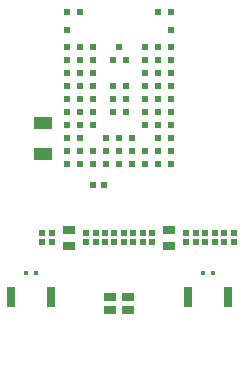
<source format=gtp>
G04*
G04 #@! TF.GenerationSoftware,Altium Limited,Altium Designer,21.6.4 (81)*
G04*
G04 Layer_Color=8421504*
%FSLAX44Y44*%
%MOMM*%
G71*
G04*
G04 #@! TF.SameCoordinates,6D38FECB-4D46-452B-8F31-296BD34E144B*
G04*
G04*
G04 #@! TF.FilePolarity,Positive*
G04*
G01*
G75*
%ADD16R,0.3600X0.3500*%
%ADD17R,0.5500X0.5200*%
%ADD18R,0.8000X1.7000*%
%ADD19R,1.5500X1.0000*%
%ADD20C,0.0100*%
%ADD21R,1.0200X0.6400*%
%ADD22R,0.6200X0.6200*%
%ADD23R,0.6000X0.6000*%
%ADD24R,1.0000X0.8000*%
D16*
X189200Y170000D02*
D03*
X180800D02*
D03*
X39200Y170000D02*
D03*
X30800D02*
D03*
D17*
X98000Y204000D02*
D03*
Y196000D02*
D03*
X183000D02*
D03*
Y204000D02*
D03*
X90000Y196000D02*
D03*
Y204000D02*
D03*
X106000D02*
D03*
Y196000D02*
D03*
X175000Y204000D02*
D03*
Y196000D02*
D03*
X138000Y204000D02*
D03*
Y196000D02*
D03*
X191000Y204000D02*
D03*
Y196000D02*
D03*
X45000Y204000D02*
D03*
Y196000D02*
D03*
X53000Y204000D02*
D03*
Y196000D02*
D03*
X122000Y204000D02*
D03*
Y196000D02*
D03*
X114000Y204000D02*
D03*
Y196000D02*
D03*
X199000Y204000D02*
D03*
Y196000D02*
D03*
X207000Y204000D02*
D03*
Y196000D02*
D03*
X130000Y204000D02*
D03*
Y196000D02*
D03*
X167000Y204000D02*
D03*
Y196000D02*
D03*
X82000Y204000D02*
D03*
Y196000D02*
D03*
D18*
X168000Y150000D02*
D03*
X202000D02*
D03*
X18000D02*
D03*
X52000D02*
D03*
D19*
X45500Y270750D02*
D03*
Y296750D02*
D03*
D20*
X97300Y93750D02*
D03*
Y106450D02*
D03*
X110000Y93750D02*
D03*
Y106450D02*
D03*
X122700Y93750D02*
D03*
Y106450D02*
D03*
D21*
X152500Y192900D02*
D03*
Y206600D02*
D03*
X67500D02*
D03*
Y192900D02*
D03*
D22*
X88000Y244750D02*
D03*
X97000D02*
D03*
D23*
X104500Y350000D02*
D03*
X66000Y391000D02*
D03*
Y376000D02*
D03*
X66000Y361000D02*
D03*
Y350000D02*
D03*
Y339000D02*
D03*
Y328000D02*
D03*
Y317000D02*
D03*
Y306000D02*
D03*
Y295000D02*
D03*
Y284000D02*
D03*
Y273000D02*
D03*
Y262000D02*
D03*
X77000Y391000D02*
D03*
X77000Y361000D02*
D03*
Y350000D02*
D03*
Y339000D02*
D03*
Y328000D02*
D03*
Y317000D02*
D03*
Y306000D02*
D03*
Y295000D02*
D03*
Y284000D02*
D03*
Y273000D02*
D03*
Y262000D02*
D03*
X88000Y361000D02*
D03*
Y350000D02*
D03*
Y339000D02*
D03*
Y328000D02*
D03*
Y317000D02*
D03*
Y306000D02*
D03*
Y295000D02*
D03*
Y273000D02*
D03*
Y262000D02*
D03*
X99000Y284000D02*
D03*
Y273000D02*
D03*
Y262000D02*
D03*
X110000Y361000D02*
D03*
X104500Y328000D02*
D03*
Y306000D02*
D03*
X110000Y284000D02*
D03*
Y273000D02*
D03*
Y262000D02*
D03*
X121000Y284000D02*
D03*
Y273000D02*
D03*
Y262000D02*
D03*
X132000Y361000D02*
D03*
Y350000D02*
D03*
Y339000D02*
D03*
Y328000D02*
D03*
Y317000D02*
D03*
Y306000D02*
D03*
Y295000D02*
D03*
Y273000D02*
D03*
Y262000D02*
D03*
X143000Y391000D02*
D03*
X143000Y361000D02*
D03*
Y350000D02*
D03*
Y339000D02*
D03*
Y328000D02*
D03*
Y317000D02*
D03*
Y306000D02*
D03*
Y295000D02*
D03*
Y284000D02*
D03*
Y273000D02*
D03*
Y262000D02*
D03*
X154000Y391000D02*
D03*
Y376000D02*
D03*
Y361000D02*
D03*
Y350000D02*
D03*
Y339000D02*
D03*
Y328000D02*
D03*
Y317000D02*
D03*
Y306000D02*
D03*
Y295000D02*
D03*
Y284000D02*
D03*
Y273000D02*
D03*
Y262000D02*
D03*
X104500Y317000D02*
D03*
X115500Y350000D02*
D03*
Y328000D02*
D03*
Y306000D02*
D03*
Y317000D02*
D03*
D24*
X102500Y150000D02*
D03*
X117500D02*
D03*
Y139000D02*
D03*
X102500D02*
D03*
M02*

</source>
